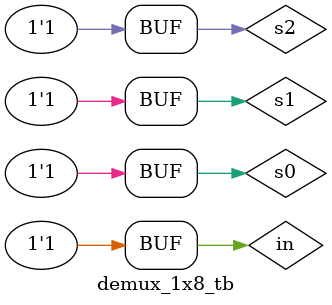
<source format=v>

module demux_1x8(in,s2,s1,s0,y7,y6,y5,y4,y3,y2,y1,y0);
input in,s2,s1,s0;
output y7,y6,y5,y4,y3,y2,y1,y0;
wire w1,w2,w3,w4,w5,w6;
demux_1x2 de1(w1,w2,in,s2);
demux_1x2 de2(w3,w4,w1,s1);
demux_1x2 de3(w5,w6,w2,s1);
demux_1x2 de4(y0,y1,w3,s0);
demux_1x2 de5(y2,y3,w4,s0);
demux_1x2 de6(y4,y5,w5,s0);
demux_1x2 de7(y6,y7,w6,s0);
endmodule

//Test Bench:

module demux_1x8_tb();
reg in,s2,s1,s0;
wire y7,y6,y5,y4,y3,y2,y1,y0;
demux_1x8 de1(in,s2,s1,s0,y7,y6,y5,y4,y3,y2,y1,y0);
initial
begin
$monitor($time," in=%b S2=%b S1=%b S0=%b Y7=%b Y6=%b Y5=%b Y4=%b Y3=%b Y2=%b Y1=%b Y0=%b",in,s2,s1,s0,y7,y6,y5,y4,y3,y2,y1,y0);
end
initial
begin
	in=1'b1; s2=1'b0; s1=1'b0; s0=1'b0;
	#5;
	in=1'b1; s2=1'b0; s1=1'b0; s0=1'b1;
	#5;
	in=1'b1; s2=1'b0; s1=1'b1; s0=1'b0;
	#5;
	in=1'b1; s2=1'b0; s1=1'b1; s0=1'b1;
	#5;
	in=1'b1; s2=1'b1; s1=1'b0; s0=1'b0;
	#5;
	in=1'b1; s2=1'b1; s1=1'b0; s0=1'b1;
	#5;
	in=1'b1; s2=1'b1; s1=1'b1; s0=1'b0;
	#5;
	in=1'b1; s2=1'b1; s1=1'b1; s0=1'b1;
	#5;
end
initial
begin
$dumpfile("demux_1x8.dump");
$dumpvars(0,demux_1x8_tb);
end
endmodule

</source>
